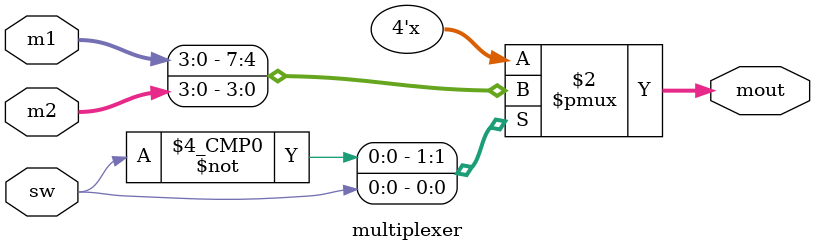
<source format=v>
module multiplexer(m1,m2,sw,mout);
	input [3:0] m1;
	input [3:0] m2;
	input sw;
	output reg [3:0] mout;
	
	
	always @(m1 or m2 or sw) begin
		case(sw)
			0: mout = m1;
			1: mout = m2;
		endcase
	end
	
endmodule 
</source>
